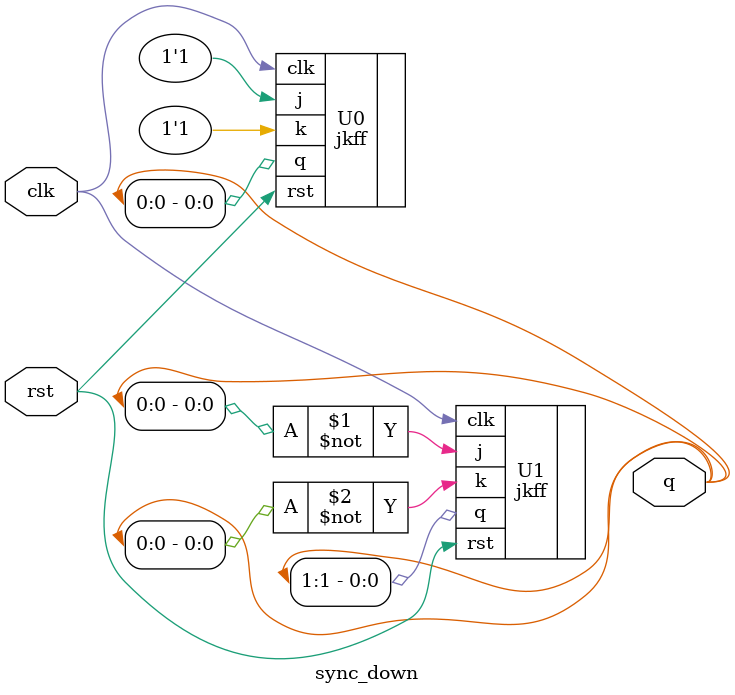
<source format=v>
module sync_down (
    input clk,
    input rst,
    output [1:0] q
);
  jkff U1 (
      .clk(clk),
      .rst(rst),
      .j  (~q[0]),
      .k  (~q[0]),
      .q  (q[1])
  );

  jkff U0 (
      .clk(clk),
      .rst(rst),
      .j  (1'b1),
      .k  (1'b1),
      .q  (q[0])
  );
endmodule

</source>
